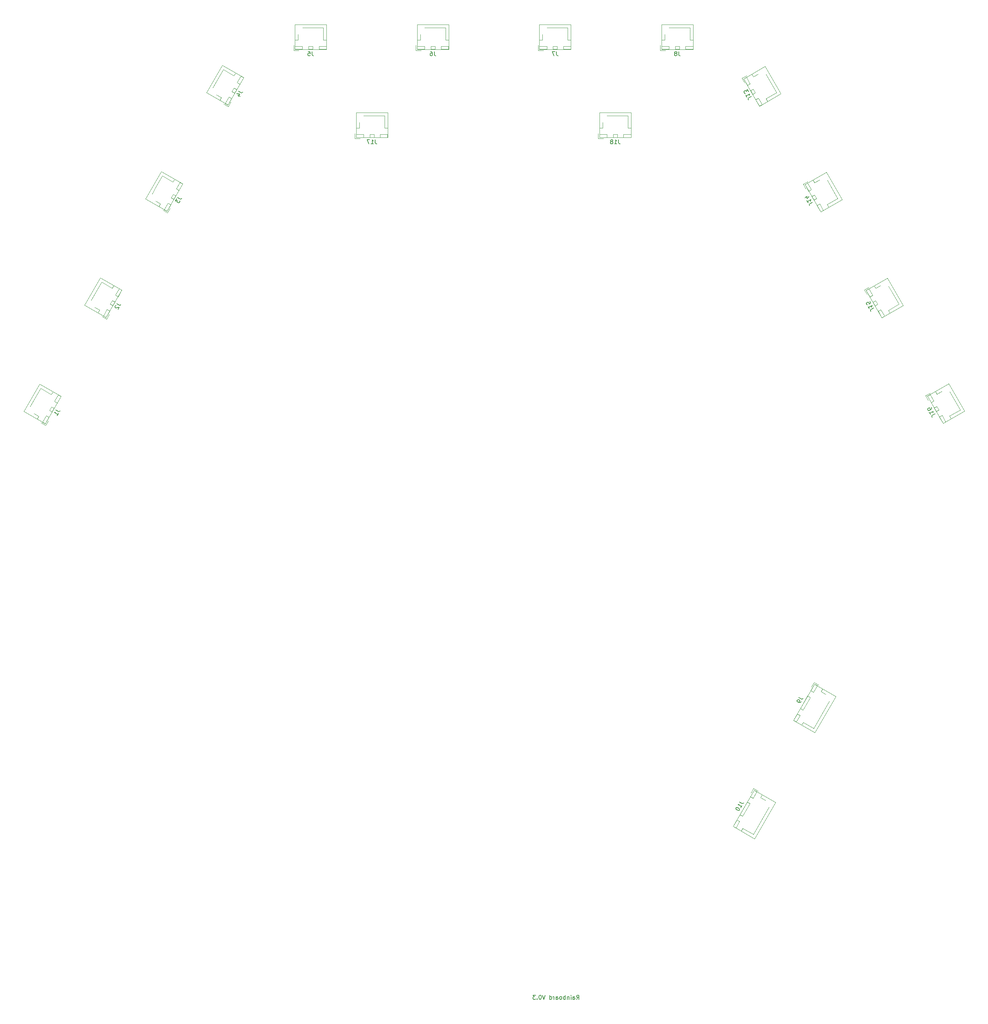
<source format=gbr>
G04 #@! TF.GenerationSoftware,KiCad,Pcbnew,(5.1.5-0-10_14)*
G04 #@! TF.CreationDate,2020-10-18T21:01:40-04:00*
G04 #@! TF.ProjectId,rainboard_newfighter,7261696e-626f-4617-9264-5f6e65776669,rev?*
G04 #@! TF.SameCoordinates,Original*
G04 #@! TF.FileFunction,Legend,Bot*
G04 #@! TF.FilePolarity,Positive*
%FSLAX46Y46*%
G04 Gerber Fmt 4.6, Leading zero omitted, Abs format (unit mm)*
G04 Created by KiCad (PCBNEW (5.1.5-0-10_14)) date 2020-10-18 21:01:40*
%MOMM*%
%LPD*%
G04 APERTURE LIST*
%ADD10C,0.150000*%
%ADD11C,0.120000*%
G04 APERTURE END LIST*
D10*
X19952380Y-131952380D02*
X20285714Y-131476190D01*
X20523809Y-131952380D02*
X20523809Y-130952380D01*
X20142857Y-130952380D01*
X20047619Y-131000000D01*
X20000000Y-131047619D01*
X19952380Y-131142857D01*
X19952380Y-131285714D01*
X20000000Y-131380952D01*
X20047619Y-131428571D01*
X20142857Y-131476190D01*
X20523809Y-131476190D01*
X19095238Y-131952380D02*
X19095238Y-131428571D01*
X19142857Y-131333333D01*
X19238095Y-131285714D01*
X19428571Y-131285714D01*
X19523809Y-131333333D01*
X19095238Y-131904761D02*
X19190476Y-131952380D01*
X19428571Y-131952380D01*
X19523809Y-131904761D01*
X19571428Y-131809523D01*
X19571428Y-131714285D01*
X19523809Y-131619047D01*
X19428571Y-131571428D01*
X19190476Y-131571428D01*
X19095238Y-131523809D01*
X18619047Y-131952380D02*
X18619047Y-131285714D01*
X18619047Y-130952380D02*
X18666666Y-131000000D01*
X18619047Y-131047619D01*
X18571428Y-131000000D01*
X18619047Y-130952380D01*
X18619047Y-131047619D01*
X18142857Y-131285714D02*
X18142857Y-131952380D01*
X18142857Y-131380952D02*
X18095238Y-131333333D01*
X18000000Y-131285714D01*
X17857142Y-131285714D01*
X17761904Y-131333333D01*
X17714285Y-131428571D01*
X17714285Y-131952380D01*
X17238095Y-131952380D02*
X17238095Y-130952380D01*
X17238095Y-131333333D02*
X17142857Y-131285714D01*
X16952380Y-131285714D01*
X16857142Y-131333333D01*
X16809523Y-131380952D01*
X16761904Y-131476190D01*
X16761904Y-131761904D01*
X16809523Y-131857142D01*
X16857142Y-131904761D01*
X16952380Y-131952380D01*
X17142857Y-131952380D01*
X17238095Y-131904761D01*
X16190476Y-131952380D02*
X16285714Y-131904761D01*
X16333333Y-131857142D01*
X16380952Y-131761904D01*
X16380952Y-131476190D01*
X16333333Y-131380952D01*
X16285714Y-131333333D01*
X16190476Y-131285714D01*
X16047619Y-131285714D01*
X15952380Y-131333333D01*
X15904761Y-131380952D01*
X15857142Y-131476190D01*
X15857142Y-131761904D01*
X15904761Y-131857142D01*
X15952380Y-131904761D01*
X16047619Y-131952380D01*
X16190476Y-131952380D01*
X15000000Y-131952380D02*
X15000000Y-131428571D01*
X15047619Y-131333333D01*
X15142857Y-131285714D01*
X15333333Y-131285714D01*
X15428571Y-131333333D01*
X15000000Y-131904761D02*
X15095238Y-131952380D01*
X15333333Y-131952380D01*
X15428571Y-131904761D01*
X15476190Y-131809523D01*
X15476190Y-131714285D01*
X15428571Y-131619047D01*
X15333333Y-131571428D01*
X15095238Y-131571428D01*
X15000000Y-131523809D01*
X14523809Y-131952380D02*
X14523809Y-131285714D01*
X14523809Y-131476190D02*
X14476190Y-131380952D01*
X14428571Y-131333333D01*
X14333333Y-131285714D01*
X14238095Y-131285714D01*
X13476190Y-131952380D02*
X13476190Y-130952380D01*
X13476190Y-131904761D02*
X13571428Y-131952380D01*
X13761904Y-131952380D01*
X13857142Y-131904761D01*
X13904761Y-131857142D01*
X13952380Y-131761904D01*
X13952380Y-131476190D01*
X13904761Y-131380952D01*
X13857142Y-131333333D01*
X13761904Y-131285714D01*
X13571428Y-131285714D01*
X13476190Y-131333333D01*
X12380952Y-130952380D02*
X12047619Y-131952380D01*
X11714285Y-130952380D01*
X11190476Y-130952380D02*
X11095238Y-130952380D01*
X11000000Y-131000000D01*
X10952380Y-131047619D01*
X10904761Y-131142857D01*
X10857142Y-131333333D01*
X10857142Y-131571428D01*
X10904761Y-131761904D01*
X10952380Y-131857142D01*
X11000000Y-131904761D01*
X11095238Y-131952380D01*
X11190476Y-131952380D01*
X11285714Y-131904761D01*
X11333333Y-131857142D01*
X11380952Y-131761904D01*
X11428571Y-131571428D01*
X11428571Y-131333333D01*
X11380952Y-131142857D01*
X11333333Y-131047619D01*
X11285714Y-131000000D01*
X11190476Y-130952380D01*
X10428571Y-131857142D02*
X10380952Y-131904761D01*
X10428571Y-131952380D01*
X10476190Y-131904761D01*
X10428571Y-131857142D01*
X10428571Y-131952380D01*
X10047619Y-130952380D02*
X9428571Y-130952380D01*
X9761904Y-131333333D01*
X9619047Y-131333333D01*
X9523809Y-131380952D01*
X9476190Y-131428571D01*
X9428571Y-131523809D01*
X9428571Y-131761904D01*
X9476190Y-131857142D01*
X9523809Y-131904761D01*
X9619047Y-131952380D01*
X9904761Y-131952380D01*
X10000000Y-131904761D01*
X10047619Y-131857142D01*
D11*
X62695830Y-81043628D02*
X63778362Y-81668628D01*
X62070830Y-82126159D02*
X62695830Y-81043628D01*
X62633970Y-92150773D02*
X64783970Y-88426864D01*
X60079195Y-90675773D02*
X62633970Y-92150773D01*
X59704195Y-91325292D02*
X60079195Y-90675773D01*
X64783970Y-88426864D02*
X66403970Y-85620941D01*
X64379195Y-83227954D02*
X65539669Y-83897954D01*
X64754195Y-82578435D02*
X64379195Y-83227954D01*
X57755638Y-90200292D02*
X58655638Y-88641446D01*
X58405157Y-90575292D02*
X57755638Y-90200292D01*
X59305157Y-89016446D02*
X58405157Y-90575292D01*
X58655638Y-88641446D02*
X59305157Y-89016446D01*
X61905638Y-83012281D02*
X62805638Y-81453435D01*
X62555157Y-83387281D02*
X61905638Y-83012281D01*
X63455157Y-81828435D02*
X62555157Y-83387281D01*
X62805638Y-81453435D02*
X63455157Y-81828435D01*
X59405638Y-87342408D02*
X61155638Y-84311319D01*
X60055157Y-87717408D02*
X59405638Y-87342408D01*
X61805157Y-84686319D02*
X60055157Y-87717408D01*
X61155638Y-84311319D02*
X61805157Y-84686319D01*
X57741978Y-90203952D02*
X62801978Y-81439775D01*
X62912149Y-93188952D02*
X57741978Y-90203952D01*
X67972149Y-84424775D02*
X62912149Y-93188952D01*
X62801978Y-81439775D02*
X67972149Y-84424775D01*
X77287030Y-55438428D02*
X78369562Y-56063428D01*
X76662030Y-56520959D02*
X77287030Y-55438428D01*
X77225170Y-66545573D02*
X79375170Y-62821664D01*
X74670395Y-65070573D02*
X77225170Y-66545573D01*
X74295395Y-65720092D02*
X74670395Y-65070573D01*
X79375170Y-62821664D02*
X80995170Y-60015741D01*
X78970395Y-57622754D02*
X80130869Y-58292754D01*
X79345395Y-56973235D02*
X78970395Y-57622754D01*
X72346838Y-64595092D02*
X73246838Y-63036246D01*
X72996357Y-64970092D02*
X72346838Y-64595092D01*
X73896357Y-63411246D02*
X72996357Y-64970092D01*
X73246838Y-63036246D02*
X73896357Y-63411246D01*
X76496838Y-57407081D02*
X77396838Y-55848235D01*
X77146357Y-57782081D02*
X76496838Y-57407081D01*
X78046357Y-56223235D02*
X77146357Y-57782081D01*
X77396838Y-55848235D02*
X78046357Y-56223235D01*
X73996838Y-61737208D02*
X75746838Y-58706119D01*
X74646357Y-62112208D02*
X73996838Y-61737208D01*
X76396357Y-59081119D02*
X74646357Y-62112208D01*
X75746838Y-58706119D02*
X76396357Y-59081119D01*
X72333178Y-64598752D02*
X77393178Y-55834575D01*
X77503349Y-67583752D02*
X72333178Y-64598752D01*
X82563349Y-58819575D02*
X77503349Y-67583752D01*
X77393178Y-55834575D02*
X82563349Y-58819575D01*
X25191600Y75837600D02*
X25191600Y77087600D01*
X26441600Y75837600D02*
X25191600Y75837600D01*
X32341600Y81337600D02*
X29291600Y81337600D01*
X32341600Y78387600D02*
X32341600Y81337600D01*
X33091600Y78387600D02*
X32341600Y78387600D01*
X29291600Y81337600D02*
X27301600Y81337600D01*
X26241600Y78387600D02*
X26241600Y79727600D01*
X25491600Y78387600D02*
X26241600Y78387600D01*
X33091600Y76137600D02*
X31291600Y76137600D01*
X33091600Y76887600D02*
X33091600Y76137600D01*
X31291600Y76887600D02*
X33091600Y76887600D01*
X31291600Y76137600D02*
X31291600Y76887600D01*
X27291600Y76137600D02*
X25491600Y76137600D01*
X27291600Y76887600D02*
X27291600Y76137600D01*
X25491600Y76887600D02*
X27291600Y76887600D01*
X25491600Y76137600D02*
X25491600Y76887600D01*
X29791600Y76137600D02*
X28791600Y76137600D01*
X29791600Y76887600D02*
X29791600Y76137600D01*
X28791600Y76887600D02*
X29791600Y76887600D01*
X28791600Y76137600D02*
X28791600Y76887600D01*
X33101600Y76127600D02*
X25481600Y76127600D01*
X33101600Y82097600D02*
X33101600Y76127600D01*
X25481600Y82097600D02*
X33101600Y82097600D01*
X25481600Y76127600D02*
X25481600Y82097600D01*
X-33584000Y75837600D02*
X-33584000Y77087600D01*
X-32334000Y75837600D02*
X-33584000Y75837600D01*
X-26434000Y81337600D02*
X-29484000Y81337600D01*
X-26434000Y78387600D02*
X-26434000Y81337600D01*
X-25684000Y78387600D02*
X-26434000Y78387600D01*
X-29484000Y81337600D02*
X-31474000Y81337600D01*
X-32534000Y78387600D02*
X-32534000Y79727600D01*
X-33284000Y78387600D02*
X-32534000Y78387600D01*
X-25684000Y76137600D02*
X-27484000Y76137600D01*
X-25684000Y76887600D02*
X-25684000Y76137600D01*
X-27484000Y76887600D02*
X-25684000Y76887600D01*
X-27484000Y76137600D02*
X-27484000Y76887600D01*
X-31484000Y76137600D02*
X-33284000Y76137600D01*
X-31484000Y76887600D02*
X-31484000Y76137600D01*
X-33284000Y76887600D02*
X-31484000Y76887600D01*
X-33284000Y76137600D02*
X-33284000Y76887600D01*
X-28984000Y76137600D02*
X-29984000Y76137600D01*
X-28984000Y76887600D02*
X-28984000Y76137600D01*
X-29984000Y76887600D02*
X-28984000Y76887600D01*
X-29984000Y76137600D02*
X-29984000Y76887600D01*
X-25674000Y76127600D02*
X-33294000Y76127600D01*
X-25674000Y82097600D02*
X-25674000Y76127600D01*
X-33294000Y82097600D02*
X-25674000Y82097600D01*
X-33294000Y76127600D02*
X-33294000Y82097600D01*
X104245430Y13793172D02*
X105327962Y14418172D01*
X104870430Y12710641D02*
X104245430Y13793172D01*
X112583570Y10351091D02*
X111058570Y12992468D01*
X110028795Y8876091D02*
X112583570Y10351091D01*
X110403795Y8226572D02*
X110028795Y8876091D01*
X111058570Y12992468D02*
X110063570Y14715859D01*
X106978795Y14158846D02*
X108139269Y14828846D01*
X106603795Y14808365D02*
X106978795Y14158846D01*
X108455238Y7101572D02*
X107555238Y8660417D01*
X109104757Y7476572D02*
X108455238Y7101572D01*
X108204757Y9035417D02*
X109104757Y7476572D01*
X107555238Y8660417D02*
X108204757Y9035417D01*
X105555238Y12124519D02*
X104655238Y13683365D01*
X106204757Y12499519D02*
X105555238Y12124519D01*
X105304757Y14058365D02*
X106204757Y12499519D01*
X104655238Y13683365D02*
X105304757Y14058365D01*
X106805238Y9959456D02*
X106305238Y10825481D01*
X107454757Y10334456D02*
X106805238Y9959456D01*
X106954757Y11200481D02*
X107454757Y10334456D01*
X106305238Y10825481D02*
X106954757Y11200481D01*
X108451578Y7087911D02*
X104641578Y13687025D01*
X113621749Y10072911D02*
X108451578Y7087911D01*
X109811749Y16672025D02*
X113621749Y10072911D01*
X104641578Y13687025D02*
X109811749Y16672025D01*
X89462230Y39328672D02*
X90544762Y39953672D01*
X90087230Y38246141D02*
X89462230Y39328672D01*
X97800370Y35886591D02*
X96275370Y38527968D01*
X95245595Y34411591D02*
X97800370Y35886591D01*
X95620595Y33762072D02*
X95245595Y34411591D01*
X96275370Y38527968D02*
X95280370Y40251359D01*
X92195595Y39694346D02*
X93356069Y40364346D01*
X91820595Y40343865D02*
X92195595Y39694346D01*
X93672038Y32637072D02*
X92772038Y34195917D01*
X94321557Y33012072D02*
X93672038Y32637072D01*
X93421557Y34570917D02*
X94321557Y33012072D01*
X92772038Y34195917D02*
X93421557Y34570917D01*
X90772038Y37660019D02*
X89872038Y39218865D01*
X91421557Y38035019D02*
X90772038Y37660019D01*
X90521557Y39593865D02*
X91421557Y38035019D01*
X89872038Y39218865D02*
X90521557Y39593865D01*
X92022038Y35494956D02*
X91522038Y36360981D01*
X92671557Y35869956D02*
X92022038Y35494956D01*
X92171557Y36735981D02*
X92671557Y35869956D01*
X91522038Y36360981D02*
X92171557Y36735981D01*
X93668378Y32623411D02*
X89858378Y39222525D01*
X98838549Y35608411D02*
X93668378Y32623411D01*
X95028549Y42207525D02*
X98838549Y35608411D01*
X89858378Y39222525D02*
X95028549Y42207525D01*
X74679430Y64864072D02*
X75761962Y65489072D01*
X75304430Y63781541D02*
X74679430Y64864072D01*
X83017570Y61421991D02*
X81492570Y64063368D01*
X80462795Y59946991D02*
X83017570Y61421991D01*
X80837795Y59297472D02*
X80462795Y59946991D01*
X81492570Y64063368D02*
X80497570Y65786759D01*
X77412795Y65229746D02*
X78573269Y65899746D01*
X77037795Y65879265D02*
X77412795Y65229746D01*
X78889238Y58172472D02*
X77989238Y59731317D01*
X79538757Y58547472D02*
X78889238Y58172472D01*
X78638757Y60106317D02*
X79538757Y58547472D01*
X77989238Y59731317D02*
X78638757Y60106317D01*
X75989238Y63195419D02*
X75089238Y64754265D01*
X76638757Y63570419D02*
X75989238Y63195419D01*
X75738757Y65129265D02*
X76638757Y63570419D01*
X75089238Y64754265D02*
X75738757Y65129265D01*
X77239238Y61030356D02*
X76739238Y61896381D01*
X77888757Y61405356D02*
X77239238Y61030356D01*
X77388757Y62271381D02*
X77888757Y61405356D01*
X76739238Y61896381D02*
X77388757Y62271381D01*
X78885578Y58158811D02*
X75075578Y64757925D01*
X84055749Y61143811D02*
X78885578Y58158811D01*
X80245749Y67742925D02*
X84055749Y61143811D01*
X75075578Y64757925D02*
X80245749Y67742925D01*
X59896630Y90399572D02*
X60979162Y91024572D01*
X60521630Y89317041D02*
X59896630Y90399572D01*
X68234770Y86957491D02*
X66709770Y89598868D01*
X65679995Y85482491D02*
X68234770Y86957491D01*
X66054995Y84832972D02*
X65679995Y85482491D01*
X66709770Y89598868D02*
X65714770Y91322259D01*
X62629995Y90765246D02*
X63790469Y91435246D01*
X62254995Y91414765D02*
X62629995Y90765246D01*
X64106438Y83707972D02*
X63206438Y85266817D01*
X64755957Y84082972D02*
X64106438Y83707972D01*
X63855957Y85641817D02*
X64755957Y84082972D01*
X63206438Y85266817D02*
X63855957Y85641817D01*
X61206438Y88730919D02*
X60306438Y90289765D01*
X61855957Y89105919D02*
X61206438Y88730919D01*
X60955957Y90664765D02*
X61855957Y89105919D01*
X60306438Y90289765D02*
X60955957Y90664765D01*
X62456438Y86565856D02*
X61956438Y87431881D01*
X63105957Y86940856D02*
X62456438Y86565856D01*
X62605957Y87806881D02*
X63105957Y86940856D01*
X61956438Y87431881D02*
X62605957Y87806881D01*
X64102778Y83694311D02*
X60292778Y90293425D01*
X69272949Y86679311D02*
X64102778Y83694311D01*
X65462949Y93278425D02*
X69272949Y86679311D01*
X60292778Y90293425D02*
X65462949Y93278425D01*
X40177600Y97122800D02*
X40177600Y98372800D01*
X41427600Y97122800D02*
X40177600Y97122800D01*
X47327600Y102622800D02*
X44277600Y102622800D01*
X47327600Y99672800D02*
X47327600Y102622800D01*
X48077600Y99672800D02*
X47327600Y99672800D01*
X44277600Y102622800D02*
X42287600Y102622800D01*
X41227600Y99672800D02*
X41227600Y101012800D01*
X40477600Y99672800D02*
X41227600Y99672800D01*
X48077600Y97422800D02*
X46277600Y97422800D01*
X48077600Y98172800D02*
X48077600Y97422800D01*
X46277600Y98172800D02*
X48077600Y98172800D01*
X46277600Y97422800D02*
X46277600Y98172800D01*
X42277600Y97422800D02*
X40477600Y97422800D01*
X42277600Y98172800D02*
X42277600Y97422800D01*
X40477600Y98172800D02*
X42277600Y98172800D01*
X40477600Y97422800D02*
X40477600Y98172800D01*
X44777600Y97422800D02*
X43777600Y97422800D01*
X44777600Y98172800D02*
X44777600Y97422800D01*
X43777600Y98172800D02*
X44777600Y98172800D01*
X43777600Y97422800D02*
X43777600Y98172800D01*
X48087600Y97412800D02*
X40467600Y97412800D01*
X48087600Y103382800D02*
X48087600Y97412800D01*
X40467600Y103382800D02*
X48087600Y103382800D01*
X40467600Y97412800D02*
X40467600Y103382800D01*
X10662800Y97122800D02*
X10662800Y98372800D01*
X11912800Y97122800D02*
X10662800Y97122800D01*
X17812800Y102622800D02*
X14762800Y102622800D01*
X17812800Y99672800D02*
X17812800Y102622800D01*
X18562800Y99672800D02*
X17812800Y99672800D01*
X14762800Y102622800D02*
X12772800Y102622800D01*
X11712800Y99672800D02*
X11712800Y101012800D01*
X10962800Y99672800D02*
X11712800Y99672800D01*
X18562800Y97422800D02*
X16762800Y97422800D01*
X18562800Y98172800D02*
X18562800Y97422800D01*
X16762800Y98172800D02*
X18562800Y98172800D01*
X16762800Y97422800D02*
X16762800Y98172800D01*
X12762800Y97422800D02*
X10962800Y97422800D01*
X12762800Y98172800D02*
X12762800Y97422800D01*
X10962800Y98172800D02*
X12762800Y98172800D01*
X10962800Y97422800D02*
X10962800Y98172800D01*
X15262800Y97422800D02*
X14262800Y97422800D01*
X15262800Y98172800D02*
X15262800Y97422800D01*
X14262800Y98172800D02*
X15262800Y98172800D01*
X14262800Y97422800D02*
X14262800Y98172800D01*
X18572800Y97412800D02*
X10952800Y97412800D01*
X18572800Y103382800D02*
X18572800Y97412800D01*
X10952800Y103382800D02*
X18572800Y103382800D01*
X10952800Y97412800D02*
X10952800Y103382800D01*
X-18852000Y97122800D02*
X-18852000Y98372800D01*
X-17602000Y97122800D02*
X-18852000Y97122800D01*
X-11702000Y102622800D02*
X-14752000Y102622800D01*
X-11702000Y99672800D02*
X-11702000Y102622800D01*
X-10952000Y99672800D02*
X-11702000Y99672800D01*
X-14752000Y102622800D02*
X-16742000Y102622800D01*
X-17802000Y99672800D02*
X-17802000Y101012800D01*
X-18552000Y99672800D02*
X-17802000Y99672800D01*
X-10952000Y97422800D02*
X-12752000Y97422800D01*
X-10952000Y98172800D02*
X-10952000Y97422800D01*
X-12752000Y98172800D02*
X-10952000Y98172800D01*
X-12752000Y97422800D02*
X-12752000Y98172800D01*
X-16752000Y97422800D02*
X-18552000Y97422800D01*
X-16752000Y98172800D02*
X-16752000Y97422800D01*
X-18552000Y98172800D02*
X-16752000Y98172800D01*
X-18552000Y97422800D02*
X-18552000Y98172800D01*
X-14252000Y97422800D02*
X-15252000Y97422800D01*
X-14252000Y98172800D02*
X-14252000Y97422800D01*
X-15252000Y98172800D02*
X-14252000Y98172800D01*
X-15252000Y97422800D02*
X-15252000Y98172800D01*
X-10942000Y97412800D02*
X-18562000Y97412800D01*
X-10942000Y103382800D02*
X-10942000Y97412800D01*
X-18562000Y103382800D02*
X-10942000Y103382800D01*
X-18562000Y97412800D02*
X-18562000Y103382800D01*
X-48366800Y97122800D02*
X-48366800Y98372800D01*
X-47116800Y97122800D02*
X-48366800Y97122800D01*
X-41216800Y102622800D02*
X-44266800Y102622800D01*
X-41216800Y99672800D02*
X-41216800Y102622800D01*
X-40466800Y99672800D02*
X-41216800Y99672800D01*
X-44266800Y102622800D02*
X-46256800Y102622800D01*
X-47316800Y99672800D02*
X-47316800Y101012800D01*
X-48066800Y99672800D02*
X-47316800Y99672800D01*
X-40466800Y97422800D02*
X-42266800Y97422800D01*
X-40466800Y98172800D02*
X-40466800Y97422800D01*
X-42266800Y98172800D02*
X-40466800Y98172800D01*
X-42266800Y97422800D02*
X-42266800Y98172800D01*
X-46266800Y97422800D02*
X-48066800Y97422800D01*
X-46266800Y98172800D02*
X-46266800Y97422800D01*
X-48066800Y98172800D02*
X-46266800Y98172800D01*
X-48066800Y97422800D02*
X-48066800Y98172800D01*
X-43766800Y97422800D02*
X-44766800Y97422800D01*
X-43766800Y98172800D02*
X-43766800Y97422800D01*
X-44766800Y98172800D02*
X-43766800Y98172800D01*
X-44766800Y97422800D02*
X-44766800Y98172800D01*
X-40456800Y97412800D02*
X-48076800Y97412800D01*
X-40456800Y103382800D02*
X-40456800Y97412800D01*
X-48076800Y103382800D02*
X-40456800Y103382800D01*
X-48076800Y97412800D02*
X-48076800Y103382800D01*
X-64169030Y83583628D02*
X-65251562Y84208628D01*
X-63544030Y84666159D02*
X-64169030Y83583628D01*
X-65357170Y92525709D02*
X-66882170Y89884332D01*
X-62802395Y91050709D02*
X-65357170Y92525709D01*
X-62427395Y91700228D02*
X-62802395Y91050709D01*
X-66882170Y89884332D02*
X-67877170Y88160941D01*
X-65852395Y85767954D02*
X-67012869Y86437954D01*
X-66227395Y85118435D02*
X-65852395Y85767954D01*
X-60478838Y90575228D02*
X-61378838Y89016383D01*
X-61128357Y90950228D02*
X-60478838Y90575228D01*
X-62028357Y89391383D02*
X-61128357Y90950228D01*
X-61378838Y89016383D02*
X-62028357Y89391383D01*
X-63378838Y85552281D02*
X-64278838Y83993435D01*
X-64028357Y85927281D02*
X-63378838Y85552281D01*
X-64928357Y84368435D02*
X-64028357Y85927281D01*
X-64278838Y83993435D02*
X-64928357Y84368435D01*
X-62128838Y87717344D02*
X-62628838Y86851319D01*
X-62778357Y88092344D02*
X-62128838Y87717344D01*
X-63278357Y87226319D02*
X-62778357Y88092344D01*
X-62628838Y86851319D02*
X-63278357Y87226319D01*
X-60465178Y90578889D02*
X-64275178Y83979775D01*
X-65635349Y93563889D02*
X-60465178Y90578889D01*
X-69445349Y86964775D02*
X-65635349Y93563889D01*
X-64275178Y83979775D02*
X-69445349Y86964775D01*
X-78867130Y57929628D02*
X-79949662Y58554628D01*
X-78242130Y59012159D02*
X-78867130Y57929628D01*
X-80055270Y66871709D02*
X-81580270Y64230332D01*
X-77500495Y65396709D02*
X-80055270Y66871709D01*
X-77125495Y66046228D02*
X-77500495Y65396709D01*
X-81580270Y64230332D02*
X-82575270Y62506941D01*
X-80550495Y60113954D02*
X-81710969Y60783954D01*
X-80925495Y59464435D02*
X-80550495Y60113954D01*
X-75176938Y64921228D02*
X-76076938Y63362383D01*
X-75826457Y65296228D02*
X-75176938Y64921228D01*
X-76726457Y63737383D02*
X-75826457Y65296228D01*
X-76076938Y63362383D02*
X-76726457Y63737383D01*
X-78076938Y59898281D02*
X-78976938Y58339435D01*
X-78726457Y60273281D02*
X-78076938Y59898281D01*
X-79626457Y58714435D02*
X-78726457Y60273281D01*
X-78976938Y58339435D02*
X-79626457Y58714435D01*
X-76826938Y62063344D02*
X-77326938Y61197319D01*
X-77476457Y62438344D02*
X-76826938Y62063344D01*
X-77976457Y61572319D02*
X-77476457Y62438344D01*
X-77326938Y61197319D02*
X-77976457Y61572319D01*
X-75163278Y64924889D02*
X-78973278Y58325775D01*
X-80333449Y67909889D02*
X-75163278Y64924889D01*
X-84143449Y61310775D02*
X-80333449Y67909889D01*
X-78973278Y58325775D02*
X-84143449Y61310775D01*
X-93565330Y32275628D02*
X-94647862Y32900628D01*
X-92940330Y33358159D02*
X-93565330Y32275628D01*
X-94753470Y41217709D02*
X-96278470Y38576332D01*
X-92198695Y39742709D02*
X-94753470Y41217709D01*
X-91823695Y40392228D02*
X-92198695Y39742709D01*
X-96278470Y38576332D02*
X-97273470Y36852941D01*
X-95248695Y34459954D02*
X-96409169Y35129954D01*
X-95623695Y33810435D02*
X-95248695Y34459954D01*
X-89875138Y39267228D02*
X-90775138Y37708383D01*
X-90524657Y39642228D02*
X-89875138Y39267228D01*
X-91424657Y38083383D02*
X-90524657Y39642228D01*
X-90775138Y37708383D02*
X-91424657Y38083383D01*
X-92775138Y34244281D02*
X-93675138Y32685435D01*
X-93424657Y34619281D02*
X-92775138Y34244281D01*
X-94324657Y33060435D02*
X-93424657Y34619281D01*
X-93675138Y32685435D02*
X-94324657Y33060435D01*
X-91525138Y36409344D02*
X-92025138Y35543319D01*
X-92174657Y36784344D02*
X-91525138Y36409344D01*
X-92674657Y35918319D02*
X-92174657Y36784344D01*
X-92025138Y35543319D02*
X-92674657Y35918319D01*
X-89861478Y39270889D02*
X-93671478Y32671775D01*
X-95031649Y42255889D02*
X-89861478Y39270889D01*
X-98841649Y35656775D02*
X-95031649Y42255889D01*
X-93671478Y32671775D02*
X-98841649Y35656775D01*
X-108263430Y6621628D02*
X-109345962Y7246628D01*
X-107638430Y7704159D02*
X-108263430Y6621628D01*
X-109451570Y15563709D02*
X-110976570Y12922332D01*
X-106896795Y14088709D02*
X-109451570Y15563709D01*
X-106521795Y14738228D02*
X-106896795Y14088709D01*
X-110976570Y12922332D02*
X-111971570Y11198941D01*
X-109946795Y8805954D02*
X-111107269Y9475954D01*
X-110321795Y8156435D02*
X-109946795Y8805954D01*
X-104573238Y13613228D02*
X-105473238Y12054383D01*
X-105222757Y13988228D02*
X-104573238Y13613228D01*
X-106122757Y12429383D02*
X-105222757Y13988228D01*
X-105473238Y12054383D02*
X-106122757Y12429383D01*
X-107473238Y8590281D02*
X-108373238Y7031435D01*
X-108122757Y8965281D02*
X-107473238Y8590281D01*
X-109022757Y7406435D02*
X-108122757Y8965281D01*
X-108373238Y7031435D02*
X-109022757Y7406435D01*
X-106223238Y10755344D02*
X-106723238Y9889319D01*
X-106872757Y11130344D02*
X-106223238Y10755344D01*
X-107372757Y10264319D02*
X-106872757Y11130344D01*
X-106723238Y9889319D02*
X-107372757Y10264319D01*
X-104559578Y13616889D02*
X-108369578Y7017775D01*
X-109729749Y16601889D02*
X-104559578Y13616889D01*
X-113539749Y10002775D02*
X-109729749Y16601889D01*
X-108369578Y7017775D02*
X-113539749Y10002775D01*
D10*
X59258519Y-84301986D02*
X59877109Y-84659129D01*
X60024636Y-84689318D01*
X60154734Y-84654458D01*
X60267402Y-84554550D01*
X60315021Y-84472071D01*
X59624545Y-85668011D02*
X59910259Y-85173140D01*
X59767402Y-85420575D02*
X58901377Y-84920575D01*
X59072714Y-84909525D01*
X59202811Y-84874666D01*
X59291670Y-84815997D01*
X58448996Y-85704122D02*
X58401377Y-85786601D01*
X58394997Y-85892889D01*
X58412427Y-85957938D01*
X58471096Y-86046796D01*
X58612243Y-86183273D01*
X58818440Y-86302321D01*
X59007207Y-86356320D01*
X59113495Y-86362700D01*
X59178544Y-86345270D01*
X59267402Y-86286601D01*
X59315021Y-86204122D01*
X59321401Y-86097834D01*
X59303971Y-86032785D01*
X59245302Y-85943927D01*
X59104154Y-85807449D01*
X58897958Y-85688402D01*
X58709191Y-85634403D01*
X58602903Y-85628023D01*
X58537854Y-85645453D01*
X58448996Y-85704122D01*
X73611624Y-59109179D02*
X74230214Y-59466322D01*
X74377741Y-59496511D01*
X74507839Y-59461651D01*
X74620507Y-59361743D01*
X74668126Y-59279264D01*
X74215745Y-60062811D02*
X74120507Y-60227768D01*
X74031648Y-60286438D01*
X73966600Y-60303867D01*
X73795263Y-60314917D01*
X73606496Y-60260919D01*
X73276581Y-60070442D01*
X73217912Y-59981584D01*
X73200483Y-59916535D01*
X73206862Y-59810247D01*
X73302100Y-59645290D01*
X73390959Y-59586621D01*
X73456008Y-59569191D01*
X73562296Y-59575571D01*
X73768492Y-59694618D01*
X73827161Y-59783477D01*
X73844591Y-59848525D01*
X73838211Y-59954814D01*
X73742973Y-60119771D01*
X73654115Y-60178440D01*
X73589066Y-60195870D01*
X73482778Y-60189490D01*
X30101123Y75585219D02*
X30101123Y74870933D01*
X30148742Y74728076D01*
X30243980Y74632838D01*
X30386838Y74585219D01*
X30482076Y74585219D01*
X29101123Y74585219D02*
X29672552Y74585219D01*
X29386838Y74585219D02*
X29386838Y75585219D01*
X29482076Y75442361D01*
X29577314Y75347123D01*
X29672552Y75299504D01*
X28529695Y75156647D02*
X28624933Y75204266D01*
X28672552Y75251885D01*
X28720171Y75347123D01*
X28720171Y75394742D01*
X28672552Y75489980D01*
X28624933Y75537600D01*
X28529695Y75585219D01*
X28339219Y75585219D01*
X28243980Y75537600D01*
X28196361Y75489980D01*
X28148742Y75394742D01*
X28148742Y75347123D01*
X28196361Y75251885D01*
X28243980Y75204266D01*
X28339219Y75156647D01*
X28529695Y75156647D01*
X28624933Y75109028D01*
X28672552Y75061409D01*
X28720171Y74966171D01*
X28720171Y74775695D01*
X28672552Y74680457D01*
X28624933Y74632838D01*
X28529695Y74585219D01*
X28339219Y74585219D01*
X28243980Y74632838D01*
X28196361Y74680457D01*
X28148742Y74775695D01*
X28148742Y74966171D01*
X28196361Y75061409D01*
X28243980Y75109028D01*
X28339219Y75156647D01*
X-28674476Y75585219D02*
X-28674476Y74870933D01*
X-28626857Y74728076D01*
X-28531619Y74632838D01*
X-28388761Y74585219D01*
X-28293523Y74585219D01*
X-29674476Y74585219D02*
X-29103047Y74585219D01*
X-29388761Y74585219D02*
X-29388761Y75585219D01*
X-29293523Y75442361D01*
X-29198285Y75347123D01*
X-29103047Y75299504D01*
X-30007809Y75585219D02*
X-30674476Y75585219D01*
X-30245904Y74585219D01*
X106481623Y9415209D02*
X105863034Y9058066D01*
X105763125Y8945398D01*
X105728266Y8815300D01*
X105758455Y8667773D01*
X105806074Y8585294D01*
X105115598Y9781234D02*
X105401312Y9286363D01*
X105258455Y9533798D02*
X106124481Y10033798D01*
X106048382Y9879891D01*
X106013522Y9749794D01*
X106019902Y9643505D01*
X105553052Y11023542D02*
X105648290Y10858585D01*
X105654670Y10752296D01*
X105637240Y10687248D01*
X105561141Y10533340D01*
X105419993Y10396863D01*
X105090079Y10206387D01*
X104983791Y10200007D01*
X104918742Y10217437D01*
X104829884Y10276106D01*
X104734646Y10441063D01*
X104728266Y10547351D01*
X104745696Y10612400D01*
X104804365Y10701258D01*
X105010561Y10820306D01*
X105116849Y10826686D01*
X105181898Y10809256D01*
X105270757Y10750587D01*
X105365995Y10585630D01*
X105372374Y10479342D01*
X105354945Y10414293D01*
X105296276Y10325434D01*
X91698423Y34950709D02*
X91079834Y34593566D01*
X90979925Y34480898D01*
X90945066Y34350800D01*
X90975255Y34203273D01*
X91022874Y34120794D01*
X90332398Y35316734D02*
X90618112Y34821863D01*
X90475255Y35069298D02*
X91341281Y35569298D01*
X91265182Y35415391D01*
X91230322Y35285294D01*
X91236702Y35179005D01*
X90746042Y36600281D02*
X90984138Y36187888D01*
X90595554Y35908553D01*
X90612984Y35973602D01*
X90606604Y36079890D01*
X90487557Y36286087D01*
X90398698Y36344756D01*
X90333649Y36362186D01*
X90227361Y36355806D01*
X90021165Y36236758D01*
X89962496Y36147900D01*
X89945066Y36082851D01*
X89951446Y35976563D01*
X90070493Y35770367D01*
X90159352Y35711698D01*
X90224400Y35694268D01*
X76915623Y60486109D02*
X76297034Y60128966D01*
X76197125Y60016298D01*
X76162266Y59886200D01*
X76192455Y59738673D01*
X76240074Y59656194D01*
X75549598Y60852134D02*
X75835312Y60357263D01*
X75692455Y60604698D02*
X76558481Y61104698D01*
X76482382Y60950791D01*
X76447522Y60820694D01*
X76453902Y60714405D01*
X75698377Y61927775D02*
X75121027Y61594442D01*
X76147339Y61912055D02*
X75647797Y61348715D01*
X75338273Y61884826D01*
X62132823Y86021609D02*
X61514234Y85664466D01*
X61414325Y85551798D01*
X61379466Y85421700D01*
X61409655Y85274173D01*
X61457274Y85191694D01*
X60766798Y86387634D02*
X61052512Y85892763D01*
X60909655Y86140198D02*
X61775681Y86640198D01*
X61699582Y86486291D01*
X61664722Y86356194D01*
X61671102Y86249905D01*
X61466157Y87176309D02*
X61156633Y87712420D01*
X60993385Y87233269D01*
X60921957Y87356987D01*
X60833098Y87415656D01*
X60768049Y87433086D01*
X60661761Y87426706D01*
X60455565Y87307658D01*
X60396896Y87218800D01*
X60379466Y87153751D01*
X60385846Y87047463D01*
X60528703Y86800027D01*
X60617561Y86741358D01*
X60682610Y86723928D01*
X44610933Y96870419D02*
X44610933Y96156133D01*
X44658552Y96013276D01*
X44753790Y95918038D01*
X44896647Y95870419D01*
X44991885Y95870419D01*
X43991885Y96441847D02*
X44087123Y96489466D01*
X44134742Y96537085D01*
X44182361Y96632323D01*
X44182361Y96679942D01*
X44134742Y96775180D01*
X44087123Y96822800D01*
X43991885Y96870419D01*
X43801409Y96870419D01*
X43706171Y96822800D01*
X43658552Y96775180D01*
X43610933Y96679942D01*
X43610933Y96632323D01*
X43658552Y96537085D01*
X43706171Y96489466D01*
X43801409Y96441847D01*
X43991885Y96441847D01*
X44087123Y96394228D01*
X44134742Y96346609D01*
X44182361Y96251371D01*
X44182361Y96060895D01*
X44134742Y95965657D01*
X44087123Y95918038D01*
X43991885Y95870419D01*
X43801409Y95870419D01*
X43706171Y95918038D01*
X43658552Y95965657D01*
X43610933Y96060895D01*
X43610933Y96251371D01*
X43658552Y96346609D01*
X43706171Y96394228D01*
X43801409Y96441847D01*
X15096133Y96870419D02*
X15096133Y96156133D01*
X15143752Y96013276D01*
X15238990Y95918038D01*
X15381847Y95870419D01*
X15477085Y95870419D01*
X14715180Y96870419D02*
X14048514Y96870419D01*
X14477085Y95870419D01*
X-14418666Y96870419D02*
X-14418666Y96156133D01*
X-14371047Y96013276D01*
X-14275809Y95918038D01*
X-14132952Y95870419D01*
X-14037714Y95870419D01*
X-15323428Y96870419D02*
X-15132952Y96870419D01*
X-15037714Y96822800D01*
X-14990095Y96775180D01*
X-14894857Y96632323D01*
X-14847238Y96441847D01*
X-14847238Y96060895D01*
X-14894857Y95965657D01*
X-14942476Y95918038D01*
X-15037714Y95870419D01*
X-15228190Y95870419D01*
X-15323428Y95918038D01*
X-15371047Y95965657D01*
X-15418666Y96060895D01*
X-15418666Y96298990D01*
X-15371047Y96394228D01*
X-15323428Y96441847D01*
X-15228190Y96489466D01*
X-15037714Y96489466D01*
X-14942476Y96441847D01*
X-14894857Y96394228D01*
X-14847238Y96298990D01*
X-43933466Y96870419D02*
X-43933466Y96156133D01*
X-43885847Y96013276D01*
X-43790609Y95918038D01*
X-43647752Y95870419D01*
X-43552514Y95870419D01*
X-44885847Y96870419D02*
X-44409657Y96870419D01*
X-44362038Y96394228D01*
X-44409657Y96441847D01*
X-44504895Y96489466D01*
X-44742990Y96489466D01*
X-44838228Y96441847D01*
X-44885847Y96394228D01*
X-44933466Y96298990D01*
X-44933466Y96060895D01*
X-44885847Y95965657D01*
X-44838228Y95918038D01*
X-44742990Y95870419D01*
X-44504895Y95870419D01*
X-44409657Y95918038D01*
X-44362038Y95965657D01*
X-61733795Y87296816D02*
X-61115205Y86939673D01*
X-60967678Y86909484D01*
X-60837580Y86944344D01*
X-60724912Y87044252D01*
X-60677293Y87126731D01*
X-61897501Y86346603D02*
X-61320150Y86013269D01*
X-62108367Y86743275D02*
X-61370730Y86592329D01*
X-61680254Y86056218D01*
X-76431895Y61642816D02*
X-75813305Y61285673D01*
X-75665778Y61255484D01*
X-75535680Y61290344D01*
X-75423012Y61390252D01*
X-75375393Y61472731D01*
X-76622371Y61312902D02*
X-76931895Y60776791D01*
X-76435314Y60874990D01*
X-76506742Y60751272D01*
X-76513122Y60644984D01*
X-76495692Y60579935D01*
X-76437023Y60491076D01*
X-76230827Y60372029D01*
X-76124539Y60365649D01*
X-76059490Y60383079D01*
X-75970631Y60441748D01*
X-75827774Y60689184D01*
X-75821394Y60795472D01*
X-75838824Y60860521D01*
X-91130095Y35988816D02*
X-90511505Y35631673D01*
X-90363978Y35601484D01*
X-90233880Y35636344D01*
X-90121212Y35736252D01*
X-90073593Y35818731D01*
X-91261902Y35570043D02*
X-91326951Y35552614D01*
X-91415809Y35493944D01*
X-91534857Y35287748D01*
X-91541236Y35181460D01*
X-91523807Y35116411D01*
X-91465138Y35027553D01*
X-91382659Y34979934D01*
X-91235132Y34949744D01*
X-90454546Y35158902D01*
X-90764069Y34622791D01*
X-105828195Y10334816D02*
X-105209605Y9977673D01*
X-105062078Y9947484D01*
X-104931980Y9982344D01*
X-104819312Y10082252D01*
X-104771693Y10164731D01*
X-105462169Y8968791D02*
X-105176455Y9463662D01*
X-105319312Y9216227D02*
X-106185338Y9716227D01*
X-106014001Y9727277D01*
X-105883903Y9762136D01*
X-105795045Y9820805D01*
M02*

</source>
